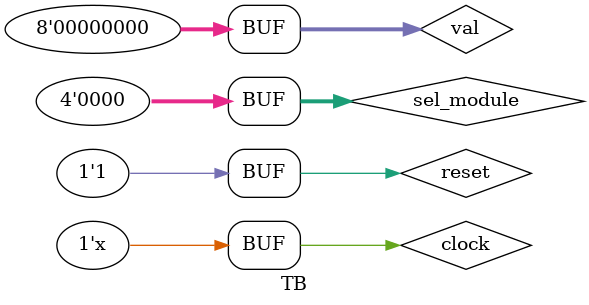
<source format=v>
`timescale 1ns / 1ps
module TB(
    );

reg clock;
reg reset;
reg [7:0] val = 0;            // intialize value to zero
reg[3:0] sel_module;
wire hsync,vsync;                        // hsync and vsync for the working of monitor
wire [3:0]red; 
wire [3:0]green;
wire [3:0]blue;  

always #10000 clock=~clock;
initial begin
reset=0;
clock=0;
sel_module=0;
#2;
reset=1;
end
vga_syncIndex uu(clock,reset,val,sel_module,hsync,vsync,red,green,blue);
endmodule
</source>
